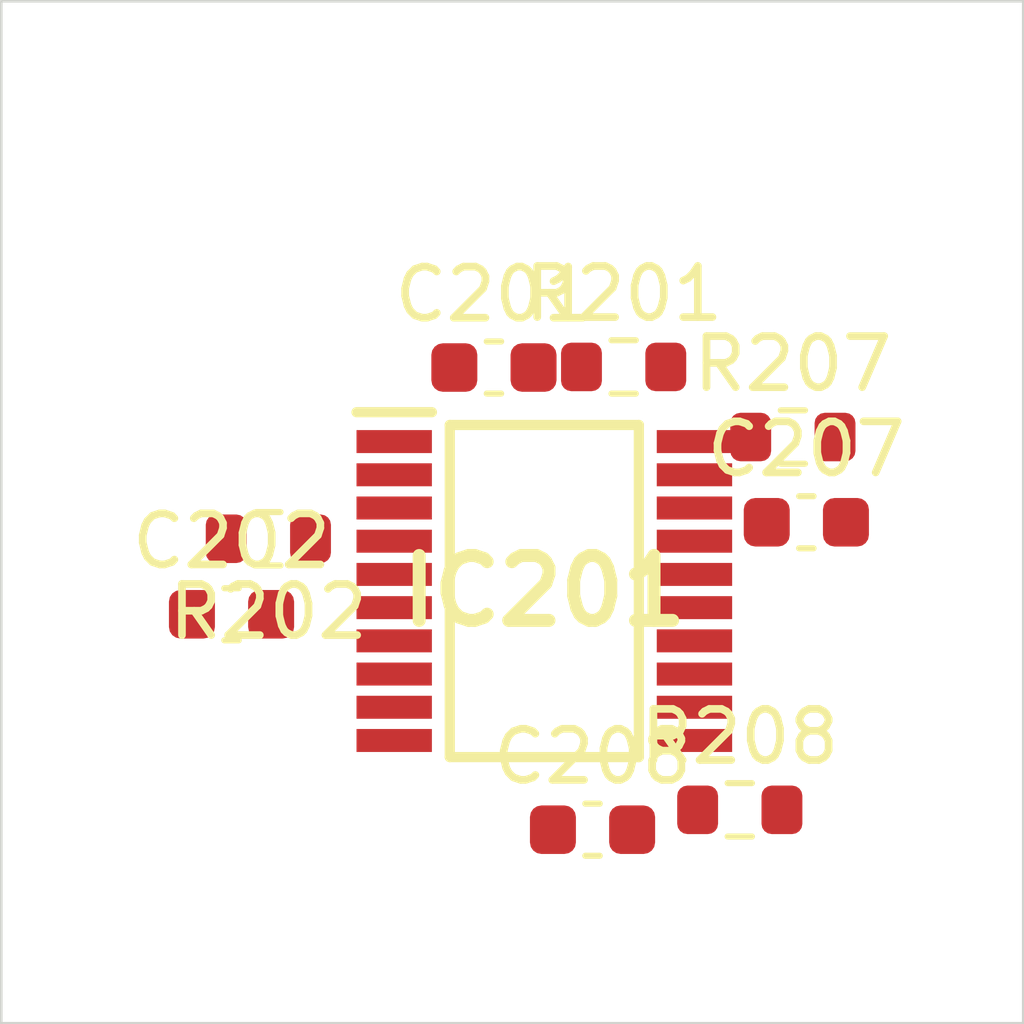
<source format=kicad_pcb>
 ( kicad_pcb  ( version 20171130 )
 ( host pcbnew 5.1.12-84ad8e8a86~92~ubuntu18.04.1 )
 ( general  ( thickness 1.6 )
 ( drawings 4 )
 ( tracks 0 )
 ( zones 0 )
 ( modules 9 )
 ( nets 19 )
)
 ( page A4 )
 ( layers  ( 0 F.Cu signal )
 ( 31 B.Cu signal )
 ( 32 B.Adhes user )
 ( 33 F.Adhes user )
 ( 34 B.Paste user )
 ( 35 F.Paste user )
 ( 36 B.SilkS user )
 ( 37 F.SilkS user )
 ( 38 B.Mask user )
 ( 39 F.Mask user )
 ( 40 Dwgs.User user )
 ( 41 Cmts.User user )
 ( 42 Eco1.User user )
 ( 43 Eco2.User user )
 ( 44 Edge.Cuts user )
 ( 45 Margin user )
 ( 46 B.CrtYd user )
 ( 47 F.CrtYd user )
 ( 48 B.Fab user )
 ( 49 F.Fab user )
)
 ( setup  ( last_trace_width 0.25 )
 ( trace_clearance 0.2 )
 ( zone_clearance 0.508 )
 ( zone_45_only no )
 ( trace_min 0.2 )
 ( via_size 0.8 )
 ( via_drill 0.4 )
 ( via_min_size 0.4 )
 ( via_min_drill 0.3 )
 ( uvia_size 0.3 )
 ( uvia_drill 0.1 )
 ( uvias_allowed no )
 ( uvia_min_size 0.2 )
 ( uvia_min_drill 0.1 )
 ( edge_width 0.05 )
 ( segment_width 0.2 )
 ( pcb_text_width 0.3 )
 ( pcb_text_size 1.5 1.5 )
 ( mod_edge_width 0.12 )
 ( mod_text_size 1 1 )
 ( mod_text_width 0.15 )
 ( pad_size 1.524 1.524 )
 ( pad_drill 0.762 )
 ( pad_to_mask_clearance 0 )
 ( aux_axis_origin 0 0 )
 ( visible_elements FFFFFF7F )
 ( pcbplotparams  ( layerselection 0x010fc_ffffffff )
 ( usegerberextensions false )
 ( usegerberattributes true )
 ( usegerberadvancedattributes true )
 ( creategerberjobfile true )
 ( excludeedgelayer true )
 ( linewidth 0.100000 )
 ( plotframeref false )
 ( viasonmask false )
 ( mode 1 )
 ( useauxorigin false )
 ( hpglpennumber 1 )
 ( hpglpenspeed 20 )
 ( hpglpendiameter 15.000000 )
 ( psnegative false )
 ( psa4output false )
 ( plotreference true )
 ( plotvalue true )
 ( plotinvisibletext false )
 ( padsonsilk false )
 ( subtractmaskfromsilk false )
 ( outputformat 1 )
 ( mirror false )
 ( drillshape 1 )
 ( scaleselection 1 )
 ( outputdirectory "" )
)
)
 ( net 0 "" )
 ( net 1 GND )
 ( net 2 /Sheet6235D886/ch0 )
 ( net 3 /Sheet6235D886/ch1 )
 ( net 4 /Sheet6235D886/ch2 )
 ( net 5 /Sheet6235D886/ch3 )
 ( net 6 /Sheet6235D886/ch4 )
 ( net 7 /Sheet6235D886/ch5 )
 ( net 8 /Sheet6235D886/ch6 )
 ( net 9 /Sheet6235D886/ch7 )
 ( net 10 VDD )
 ( net 11 VDDA )
 ( net 12 /Sheet6235D886/adc_csn )
 ( net 13 /Sheet6235D886/adc_sck )
 ( net 14 /Sheet6235D886/adc_sdi )
 ( net 15 /Sheet6235D886/adc_sdo )
 ( net 16 /Sheet6235D886/vp )
 ( net 17 /Sheet6248AD22/chn0 )
 ( net 18 /Sheet6248AD22/chn3 )
 ( net_class Default "This is the default net class."  ( clearance 0.2 )
 ( trace_width 0.25 )
 ( via_dia 0.8 )
 ( via_drill 0.4 )
 ( uvia_dia 0.3 )
 ( uvia_drill 0.1 )
 ( add_net /Sheet6235D886/adc_csn )
 ( add_net /Sheet6235D886/adc_sck )
 ( add_net /Sheet6235D886/adc_sdi )
 ( add_net /Sheet6235D886/adc_sdo )
 ( add_net /Sheet6235D886/ch0 )
 ( add_net /Sheet6235D886/ch1 )
 ( add_net /Sheet6235D886/ch2 )
 ( add_net /Sheet6235D886/ch3 )
 ( add_net /Sheet6235D886/ch4 )
 ( add_net /Sheet6235D886/ch5 )
 ( add_net /Sheet6235D886/ch6 )
 ( add_net /Sheet6235D886/ch7 )
 ( add_net /Sheet6235D886/vp )
 ( add_net /Sheet6248AD22/chn0 )
 ( add_net /Sheet6248AD22/chn3 )
 ( add_net GND )
 ( add_net VDD )
 ( add_net VDDA )
)
 ( module Capacitor_SMD:C_0603_1608Metric  ( layer F.Cu )
 ( tedit 5F68FEEE )
 ( tstamp 6234222D )
 ( at 89.641800 107.168000 )
 ( descr "Capacitor SMD 0603 (1608 Metric), square (rectangular) end terminal, IPC_7351 nominal, (Body size source: IPC-SM-782 page 76, https://www.pcb-3d.com/wordpress/wp-content/uploads/ipc-sm-782a_amendment_1_and_2.pdf), generated with kicad-footprint-generator" )
 ( tags capacitor )
 ( path /6235D887/623691C5 )
 ( attr smd )
 ( fp_text reference C201  ( at 0 -1.43 )
 ( layer F.SilkS )
 ( effects  ( font  ( size 1 1 )
 ( thickness 0.15 )
)
)
)
 ( fp_text value 0.1uF  ( at 0 1.43 )
 ( layer F.Fab )
 ( effects  ( font  ( size 1 1 )
 ( thickness 0.15 )
)
)
)
 ( fp_line  ( start -0.8 0.4 )
 ( end -0.8 -0.4 )
 ( layer F.Fab )
 ( width 0.1 )
)
 ( fp_line  ( start -0.8 -0.4 )
 ( end 0.8 -0.4 )
 ( layer F.Fab )
 ( width 0.1 )
)
 ( fp_line  ( start 0.8 -0.4 )
 ( end 0.8 0.4 )
 ( layer F.Fab )
 ( width 0.1 )
)
 ( fp_line  ( start 0.8 0.4 )
 ( end -0.8 0.4 )
 ( layer F.Fab )
 ( width 0.1 )
)
 ( fp_line  ( start -0.14058 -0.51 )
 ( end 0.14058 -0.51 )
 ( layer F.SilkS )
 ( width 0.12 )
)
 ( fp_line  ( start -0.14058 0.51 )
 ( end 0.14058 0.51 )
 ( layer F.SilkS )
 ( width 0.12 )
)
 ( fp_line  ( start -1.48 0.73 )
 ( end -1.48 -0.73 )
 ( layer F.CrtYd )
 ( width 0.05 )
)
 ( fp_line  ( start -1.48 -0.73 )
 ( end 1.48 -0.73 )
 ( layer F.CrtYd )
 ( width 0.05 )
)
 ( fp_line  ( start 1.48 -0.73 )
 ( end 1.48 0.73 )
 ( layer F.CrtYd )
 ( width 0.05 )
)
 ( fp_line  ( start 1.48 0.73 )
 ( end -1.48 0.73 )
 ( layer F.CrtYd )
 ( width 0.05 )
)
 ( fp_text user %R  ( at 0 0 )
 ( layer F.Fab )
 ( effects  ( font  ( size 0.4 0.4 )
 ( thickness 0.06 )
)
)
)
 ( pad 2 smd roundrect  ( at 0.775 0 )
 ( size 0.9 0.95 )
 ( layers F.Cu F.Mask F.Paste )
 ( roundrect_rratio 0.25 )
 ( net 1 GND )
)
 ( pad 1 smd roundrect  ( at -0.775 0 )
 ( size 0.9 0.95 )
 ( layers F.Cu F.Mask F.Paste )
 ( roundrect_rratio 0.25 )
 ( net 2 /Sheet6235D886/ch0 )
)
 ( model ${KISYS3DMOD}/Capacitor_SMD.3dshapes/C_0603_1608Metric.wrl  ( at  ( xyz 0 0 0 )
)
 ( scale  ( xyz 1 1 1 )
)
 ( rotate  ( xyz 0 0 0 )
)
)
)
 ( module Capacitor_SMD:C_0603_1608Metric  ( layer F.Cu )
 ( tedit 5F68FEEE )
 ( tstamp 6234223E )
 ( at 84.506200 111.997000 )
 ( descr "Capacitor SMD 0603 (1608 Metric), square (rectangular) end terminal, IPC_7351 nominal, (Body size source: IPC-SM-782 page 76, https://www.pcb-3d.com/wordpress/wp-content/uploads/ipc-sm-782a_amendment_1_and_2.pdf), generated with kicad-footprint-generator" )
 ( tags capacitor )
 ( path /6235D887/62369EE0 )
 ( attr smd )
 ( fp_text reference C202  ( at 0 -1.43 )
 ( layer F.SilkS )
 ( effects  ( font  ( size 1 1 )
 ( thickness 0.15 )
)
)
)
 ( fp_text value 0.1uF  ( at 0 1.43 )
 ( layer F.Fab )
 ( effects  ( font  ( size 1 1 )
 ( thickness 0.15 )
)
)
)
 ( fp_line  ( start 1.48 0.73 )
 ( end -1.48 0.73 )
 ( layer F.CrtYd )
 ( width 0.05 )
)
 ( fp_line  ( start 1.48 -0.73 )
 ( end 1.48 0.73 )
 ( layer F.CrtYd )
 ( width 0.05 )
)
 ( fp_line  ( start -1.48 -0.73 )
 ( end 1.48 -0.73 )
 ( layer F.CrtYd )
 ( width 0.05 )
)
 ( fp_line  ( start -1.48 0.73 )
 ( end -1.48 -0.73 )
 ( layer F.CrtYd )
 ( width 0.05 )
)
 ( fp_line  ( start -0.14058 0.51 )
 ( end 0.14058 0.51 )
 ( layer F.SilkS )
 ( width 0.12 )
)
 ( fp_line  ( start -0.14058 -0.51 )
 ( end 0.14058 -0.51 )
 ( layer F.SilkS )
 ( width 0.12 )
)
 ( fp_line  ( start 0.8 0.4 )
 ( end -0.8 0.4 )
 ( layer F.Fab )
 ( width 0.1 )
)
 ( fp_line  ( start 0.8 -0.4 )
 ( end 0.8 0.4 )
 ( layer F.Fab )
 ( width 0.1 )
)
 ( fp_line  ( start -0.8 -0.4 )
 ( end 0.8 -0.4 )
 ( layer F.Fab )
 ( width 0.1 )
)
 ( fp_line  ( start -0.8 0.4 )
 ( end -0.8 -0.4 )
 ( layer F.Fab )
 ( width 0.1 )
)
 ( fp_text user %R  ( at 0 0 )
 ( layer F.Fab )
 ( effects  ( font  ( size 0.4 0.4 )
 ( thickness 0.06 )
)
)
)
 ( pad 1 smd roundrect  ( at -0.775 0 )
 ( size 0.9 0.95 )
 ( layers F.Cu F.Mask F.Paste )
 ( roundrect_rratio 0.25 )
 ( net 1 GND )
)
 ( pad 2 smd roundrect  ( at 0.775 0 )
 ( size 0.9 0.95 )
 ( layers F.Cu F.Mask F.Paste )
 ( roundrect_rratio 0.25 )
 ( net 3 /Sheet6235D886/ch1 )
)
 ( model ${KISYS3DMOD}/Capacitor_SMD.3dshapes/C_0603_1608Metric.wrl  ( at  ( xyz 0 0 0 )
)
 ( scale  ( xyz 1 1 1 )
)
 ( rotate  ( xyz 0 0 0 )
)
)
)
 ( module Capacitor_SMD:C_0603_1608Metric  ( layer F.Cu )
 ( tedit 5F68FEEE )
 ( tstamp 62342293 )
 ( at 95.755700 110.196000 )
 ( descr "Capacitor SMD 0603 (1608 Metric), square (rectangular) end terminal, IPC_7351 nominal, (Body size source: IPC-SM-782 page 76, https://www.pcb-3d.com/wordpress/wp-content/uploads/ipc-sm-782a_amendment_1_and_2.pdf), generated with kicad-footprint-generator" )
 ( tags capacitor )
 ( path /6235D887/6238B3FE )
 ( attr smd )
 ( fp_text reference C207  ( at 0 -1.43 )
 ( layer F.SilkS )
 ( effects  ( font  ( size 1 1 )
 ( thickness 0.15 )
)
)
)
 ( fp_text value 0.1uF  ( at 0 1.43 )
 ( layer F.Fab )
 ( effects  ( font  ( size 1 1 )
 ( thickness 0.15 )
)
)
)
 ( fp_line  ( start -0.8 0.4 )
 ( end -0.8 -0.4 )
 ( layer F.Fab )
 ( width 0.1 )
)
 ( fp_line  ( start -0.8 -0.4 )
 ( end 0.8 -0.4 )
 ( layer F.Fab )
 ( width 0.1 )
)
 ( fp_line  ( start 0.8 -0.4 )
 ( end 0.8 0.4 )
 ( layer F.Fab )
 ( width 0.1 )
)
 ( fp_line  ( start 0.8 0.4 )
 ( end -0.8 0.4 )
 ( layer F.Fab )
 ( width 0.1 )
)
 ( fp_line  ( start -0.14058 -0.51 )
 ( end 0.14058 -0.51 )
 ( layer F.SilkS )
 ( width 0.12 )
)
 ( fp_line  ( start -0.14058 0.51 )
 ( end 0.14058 0.51 )
 ( layer F.SilkS )
 ( width 0.12 )
)
 ( fp_line  ( start -1.48 0.73 )
 ( end -1.48 -0.73 )
 ( layer F.CrtYd )
 ( width 0.05 )
)
 ( fp_line  ( start -1.48 -0.73 )
 ( end 1.48 -0.73 )
 ( layer F.CrtYd )
 ( width 0.05 )
)
 ( fp_line  ( start 1.48 -0.73 )
 ( end 1.48 0.73 )
 ( layer F.CrtYd )
 ( width 0.05 )
)
 ( fp_line  ( start 1.48 0.73 )
 ( end -1.48 0.73 )
 ( layer F.CrtYd )
 ( width 0.05 )
)
 ( fp_text user %R  ( at 0 0 )
 ( layer F.Fab )
 ( effects  ( font  ( size 0.4 0.4 )
 ( thickness 0.06 )
)
)
)
 ( pad 2 smd roundrect  ( at 0.775 0 )
 ( size 0.9 0.95 )
 ( layers F.Cu F.Mask F.Paste )
 ( roundrect_rratio 0.25 )
 ( net 1 GND )
)
 ( pad 1 smd roundrect  ( at -0.775 0 )
 ( size 0.9 0.95 )
 ( layers F.Cu F.Mask F.Paste )
 ( roundrect_rratio 0.25 )
 ( net 8 /Sheet6235D886/ch6 )
)
 ( model ${KISYS3DMOD}/Capacitor_SMD.3dshapes/C_0603_1608Metric.wrl  ( at  ( xyz 0 0 0 )
)
 ( scale  ( xyz 1 1 1 )
)
 ( rotate  ( xyz 0 0 0 )
)
)
)
 ( module Capacitor_SMD:C_0603_1608Metric  ( layer F.Cu )
 ( tedit 5F68FEEE )
 ( tstamp 623422A4 )
 ( at 91.571300 116.213000 )
 ( descr "Capacitor SMD 0603 (1608 Metric), square (rectangular) end terminal, IPC_7351 nominal, (Body size source: IPC-SM-782 page 76, https://www.pcb-3d.com/wordpress/wp-content/uploads/ipc-sm-782a_amendment_1_and_2.pdf), generated with kicad-footprint-generator" )
 ( tags capacitor )
 ( path /6235D887/6238B404 )
 ( attr smd )
 ( fp_text reference C208  ( at 0 -1.43 )
 ( layer F.SilkS )
 ( effects  ( font  ( size 1 1 )
 ( thickness 0.15 )
)
)
)
 ( fp_text value 0.1uF  ( at 0 1.43 )
 ( layer F.Fab )
 ( effects  ( font  ( size 1 1 )
 ( thickness 0.15 )
)
)
)
 ( fp_line  ( start 1.48 0.73 )
 ( end -1.48 0.73 )
 ( layer F.CrtYd )
 ( width 0.05 )
)
 ( fp_line  ( start 1.48 -0.73 )
 ( end 1.48 0.73 )
 ( layer F.CrtYd )
 ( width 0.05 )
)
 ( fp_line  ( start -1.48 -0.73 )
 ( end 1.48 -0.73 )
 ( layer F.CrtYd )
 ( width 0.05 )
)
 ( fp_line  ( start -1.48 0.73 )
 ( end -1.48 -0.73 )
 ( layer F.CrtYd )
 ( width 0.05 )
)
 ( fp_line  ( start -0.14058 0.51 )
 ( end 0.14058 0.51 )
 ( layer F.SilkS )
 ( width 0.12 )
)
 ( fp_line  ( start -0.14058 -0.51 )
 ( end 0.14058 -0.51 )
 ( layer F.SilkS )
 ( width 0.12 )
)
 ( fp_line  ( start 0.8 0.4 )
 ( end -0.8 0.4 )
 ( layer F.Fab )
 ( width 0.1 )
)
 ( fp_line  ( start 0.8 -0.4 )
 ( end 0.8 0.4 )
 ( layer F.Fab )
 ( width 0.1 )
)
 ( fp_line  ( start -0.8 -0.4 )
 ( end 0.8 -0.4 )
 ( layer F.Fab )
 ( width 0.1 )
)
 ( fp_line  ( start -0.8 0.4 )
 ( end -0.8 -0.4 )
 ( layer F.Fab )
 ( width 0.1 )
)
 ( fp_text user %R  ( at 0 0 )
 ( layer F.Fab )
 ( effects  ( font  ( size 0.4 0.4 )
 ( thickness 0.06 )
)
)
)
 ( pad 1 smd roundrect  ( at -0.775 0 )
 ( size 0.9 0.95 )
 ( layers F.Cu F.Mask F.Paste )
 ( roundrect_rratio 0.25 )
 ( net 1 GND )
)
 ( pad 2 smd roundrect  ( at 0.775 0 )
 ( size 0.9 0.95 )
 ( layers F.Cu F.Mask F.Paste )
 ( roundrect_rratio 0.25 )
 ( net 9 /Sheet6235D886/ch7 )
)
 ( model ${KISYS3DMOD}/Capacitor_SMD.3dshapes/C_0603_1608Metric.wrl  ( at  ( xyz 0 0 0 )
)
 ( scale  ( xyz 1 1 1 )
)
 ( rotate  ( xyz 0 0 0 )
)
)
)
 ( module MCP3564R-E_ST:SOP65P640X120-20N locked  ( layer F.Cu )
 ( tedit 623351C2 )
 ( tstamp 623423D6 )
 ( at 90.628000 111.542000 )
 ( descr "20-Lead Plastic Thin Shrink Small Outline (ST) - 4.4mm body [TSSOP]" )
 ( tags "Integrated Circuit" )
 ( path /6235D887/6235E071 )
 ( attr smd )
 ( fp_text reference IC201  ( at 0 0 )
 ( layer F.SilkS )
 ( effects  ( font  ( size 1.27 1.27 )
 ( thickness 0.254 )
)
)
)
 ( fp_text value MCP3564R-E_ST  ( at 0 0 )
 ( layer F.SilkS )
hide  ( effects  ( font  ( size 1.27 1.27 )
 ( thickness 0.254 )
)
)
)
 ( fp_line  ( start -3.925 -3.55 )
 ( end 3.925 -3.55 )
 ( layer Dwgs.User )
 ( width 0.05 )
)
 ( fp_line  ( start 3.925 -3.55 )
 ( end 3.925 3.55 )
 ( layer Dwgs.User )
 ( width 0.05 )
)
 ( fp_line  ( start 3.925 3.55 )
 ( end -3.925 3.55 )
 ( layer Dwgs.User )
 ( width 0.05 )
)
 ( fp_line  ( start -3.925 3.55 )
 ( end -3.925 -3.55 )
 ( layer Dwgs.User )
 ( width 0.05 )
)
 ( fp_line  ( start -2.2 -3.25 )
 ( end 2.2 -3.25 )
 ( layer Dwgs.User )
 ( width 0.1 )
)
 ( fp_line  ( start 2.2 -3.25 )
 ( end 2.2 3.25 )
 ( layer Dwgs.User )
 ( width 0.1 )
)
 ( fp_line  ( start 2.2 3.25 )
 ( end -2.2 3.25 )
 ( layer Dwgs.User )
 ( width 0.1 )
)
 ( fp_line  ( start -2.2 3.25 )
 ( end -2.2 -3.25 )
 ( layer Dwgs.User )
 ( width 0.1 )
)
 ( fp_line  ( start -2.2 -2.6 )
 ( end -1.55 -3.25 )
 ( layer Dwgs.User )
 ( width 0.1 )
)
 ( fp_line  ( start -1.85 -3.25 )
 ( end 1.85 -3.25 )
 ( layer F.SilkS )
 ( width 0.2 )
)
 ( fp_line  ( start 1.85 -3.25 )
 ( end 1.85 3.25 )
 ( layer F.SilkS )
 ( width 0.2 )
)
 ( fp_line  ( start 1.85 3.25 )
 ( end -1.85 3.25 )
 ( layer F.SilkS )
 ( width 0.2 )
)
 ( fp_line  ( start -1.85 3.25 )
 ( end -1.85 -3.25 )
 ( layer F.SilkS )
 ( width 0.2 )
)
 ( fp_line  ( start -3.675 -3.5 )
 ( end -2.2 -3.5 )
 ( layer F.SilkS )
 ( width 0.2 )
)
 ( pad 1 smd rect  ( at -2.938 -2.925 90.000000 )
 ( size 0.45 1.475 )
 ( layers F.Cu F.Mask F.Paste )
 ( net 11 VDDA )
)
 ( pad 2 smd rect  ( at -2.938 -2.275 90.000000 )
 ( size 0.45 1.475 )
 ( layers F.Cu F.Mask F.Paste )
 ( net 1 GND )
)
 ( pad 3 smd rect  ( at -2.938 -1.625 90.000000 )
 ( size 0.45 1.475 )
 ( layers F.Cu F.Mask F.Paste )
 ( net 1 GND )
)
 ( pad 4 smd rect  ( at -2.938 -0.975 90.000000 )
 ( size 0.45 1.475 )
 ( layers F.Cu F.Mask F.Paste )
)
 ( pad 5 smd rect  ( at -2.938 -0.325 90.000000 )
 ( size 0.45 1.475 )
 ( layers F.Cu F.Mask F.Paste )
 ( net 2 /Sheet6235D886/ch0 )
)
 ( pad 6 smd rect  ( at -2.938 0.325 90.000000 )
 ( size 0.45 1.475 )
 ( layers F.Cu F.Mask F.Paste )
 ( net 3 /Sheet6235D886/ch1 )
)
 ( pad 7 smd rect  ( at -2.938 0.975 90.000000 )
 ( size 0.45 1.475 )
 ( layers F.Cu F.Mask F.Paste )
 ( net 4 /Sheet6235D886/ch2 )
)
 ( pad 8 smd rect  ( at -2.938 1.625 90.000000 )
 ( size 0.45 1.475 )
 ( layers F.Cu F.Mask F.Paste )
 ( net 5 /Sheet6235D886/ch3 )
)
 ( pad 9 smd rect  ( at -2.938 2.275 90.000000 )
 ( size 0.45 1.475 )
 ( layers F.Cu F.Mask F.Paste )
 ( net 6 /Sheet6235D886/ch4 )
)
 ( pad 10 smd rect  ( at -2.938 2.925 90.000000 )
 ( size 0.45 1.475 )
 ( layers F.Cu F.Mask F.Paste )
 ( net 7 /Sheet6235D886/ch5 )
)
 ( pad 11 smd rect  ( at 2.938 2.925 90.000000 )
 ( size 0.45 1.475 )
 ( layers F.Cu F.Mask F.Paste )
 ( net 8 /Sheet6235D886/ch6 )
)
 ( pad 12 smd rect  ( at 2.938 2.275 90.000000 )
 ( size 0.45 1.475 )
 ( layers F.Cu F.Mask F.Paste )
 ( net 9 /Sheet6235D886/ch7 )
)
 ( pad 13 smd rect  ( at 2.938 1.625 90.000000 )
 ( size 0.45 1.475 )
 ( layers F.Cu F.Mask F.Paste )
 ( net 12 /Sheet6235D886/adc_csn )
)
 ( pad 14 smd rect  ( at 2.938 0.975 90.000000 )
 ( size 0.45 1.475 )
 ( layers F.Cu F.Mask F.Paste )
 ( net 13 /Sheet6235D886/adc_sck )
)
 ( pad 15 smd rect  ( at 2.938 0.325 90.000000 )
 ( size 0.45 1.475 )
 ( layers F.Cu F.Mask F.Paste )
 ( net 14 /Sheet6235D886/adc_sdi )
)
 ( pad 16 smd rect  ( at 2.938 -0.325 90.000000 )
 ( size 0.45 1.475 )
 ( layers F.Cu F.Mask F.Paste )
 ( net 15 /Sheet6235D886/adc_sdo )
)
 ( pad 17 smd rect  ( at 2.938 -0.975 90.000000 )
 ( size 0.45 1.475 )
 ( layers F.Cu F.Mask F.Paste )
)
 ( pad 18 smd rect  ( at 2.938 -1.625 90.000000 )
 ( size 0.45 1.475 )
 ( layers F.Cu F.Mask F.Paste )
)
 ( pad 19 smd rect  ( at 2.938 -2.275 90.000000 )
 ( size 0.45 1.475 )
 ( layers F.Cu F.Mask F.Paste )
 ( net 1 GND )
)
 ( pad 20 smd rect  ( at 2.938 -2.925 90.000000 )
 ( size 0.45 1.475 )
 ( layers F.Cu F.Mask F.Paste )
 ( net 10 VDD )
)
)
 ( module Resistor_SMD:R_0603_1608Metric  ( layer F.Cu )
 ( tedit 5F68FEEE )
 ( tstamp 6234250D )
 ( at 92.179900 107.156000 )
 ( descr "Resistor SMD 0603 (1608 Metric), square (rectangular) end terminal, IPC_7351 nominal, (Body size source: IPC-SM-782 page 72, https://www.pcb-3d.com/wordpress/wp-content/uploads/ipc-sm-782a_amendment_1_and_2.pdf), generated with kicad-footprint-generator" )
 ( tags resistor )
 ( path /6235D887/623641B7 )
 ( attr smd )
 ( fp_text reference R201  ( at 0 -1.43 )
 ( layer F.SilkS )
 ( effects  ( font  ( size 1 1 )
 ( thickness 0.15 )
)
)
)
 ( fp_text value 1k  ( at 0 1.43 )
 ( layer F.Fab )
 ( effects  ( font  ( size 1 1 )
 ( thickness 0.15 )
)
)
)
 ( fp_line  ( start -0.8 0.4125 )
 ( end -0.8 -0.4125 )
 ( layer F.Fab )
 ( width 0.1 )
)
 ( fp_line  ( start -0.8 -0.4125 )
 ( end 0.8 -0.4125 )
 ( layer F.Fab )
 ( width 0.1 )
)
 ( fp_line  ( start 0.8 -0.4125 )
 ( end 0.8 0.4125 )
 ( layer F.Fab )
 ( width 0.1 )
)
 ( fp_line  ( start 0.8 0.4125 )
 ( end -0.8 0.4125 )
 ( layer F.Fab )
 ( width 0.1 )
)
 ( fp_line  ( start -0.237258 -0.5225 )
 ( end 0.237258 -0.5225 )
 ( layer F.SilkS )
 ( width 0.12 )
)
 ( fp_line  ( start -0.237258 0.5225 )
 ( end 0.237258 0.5225 )
 ( layer F.SilkS )
 ( width 0.12 )
)
 ( fp_line  ( start -1.48 0.73 )
 ( end -1.48 -0.73 )
 ( layer F.CrtYd )
 ( width 0.05 )
)
 ( fp_line  ( start -1.48 -0.73 )
 ( end 1.48 -0.73 )
 ( layer F.CrtYd )
 ( width 0.05 )
)
 ( fp_line  ( start 1.48 -0.73 )
 ( end 1.48 0.73 )
 ( layer F.CrtYd )
 ( width 0.05 )
)
 ( fp_line  ( start 1.48 0.73 )
 ( end -1.48 0.73 )
 ( layer F.CrtYd )
 ( width 0.05 )
)
 ( fp_text user %R  ( at 0 0 )
 ( layer F.Fab )
 ( effects  ( font  ( size 0.4 0.4 )
 ( thickness 0.06 )
)
)
)
 ( pad 2 smd roundrect  ( at 0.825 0 )
 ( size 0.8 0.95 )
 ( layers F.Cu F.Mask F.Paste )
 ( roundrect_rratio 0.25 )
 ( net 16 /Sheet6235D886/vp )
)
 ( pad 1 smd roundrect  ( at -0.825 0 )
 ( size 0.8 0.95 )
 ( layers F.Cu F.Mask F.Paste )
 ( roundrect_rratio 0.25 )
 ( net 2 /Sheet6235D886/ch0 )
)
 ( model ${KISYS3DMOD}/Resistor_SMD.3dshapes/R_0603_1608Metric.wrl  ( at  ( xyz 0 0 0 )
)
 ( scale  ( xyz 1 1 1 )
)
 ( rotate  ( xyz 0 0 0 )
)
)
)
 ( module Resistor_SMD:R_0603_1608Metric  ( layer F.Cu )
 ( tedit 5F68FEEE )
 ( tstamp 6234251E )
 ( at 85.227000 110.519000 180.000000 )
 ( descr "Resistor SMD 0603 (1608 Metric), square (rectangular) end terminal, IPC_7351 nominal, (Body size source: IPC-SM-782 page 72, https://www.pcb-3d.com/wordpress/wp-content/uploads/ipc-sm-782a_amendment_1_and_2.pdf), generated with kicad-footprint-generator" )
 ( tags resistor )
 ( path /6235D887/6236A646 )
 ( attr smd )
 ( fp_text reference R202  ( at 0 -1.43 )
 ( layer F.SilkS )
 ( effects  ( font  ( size 1 1 )
 ( thickness 0.15 )
)
)
)
 ( fp_text value 1k  ( at 0 1.43 )
 ( layer F.Fab )
 ( effects  ( font  ( size 1 1 )
 ( thickness 0.15 )
)
)
)
 ( fp_line  ( start 1.48 0.73 )
 ( end -1.48 0.73 )
 ( layer F.CrtYd )
 ( width 0.05 )
)
 ( fp_line  ( start 1.48 -0.73 )
 ( end 1.48 0.73 )
 ( layer F.CrtYd )
 ( width 0.05 )
)
 ( fp_line  ( start -1.48 -0.73 )
 ( end 1.48 -0.73 )
 ( layer F.CrtYd )
 ( width 0.05 )
)
 ( fp_line  ( start -1.48 0.73 )
 ( end -1.48 -0.73 )
 ( layer F.CrtYd )
 ( width 0.05 )
)
 ( fp_line  ( start -0.237258 0.5225 )
 ( end 0.237258 0.5225 )
 ( layer F.SilkS )
 ( width 0.12 )
)
 ( fp_line  ( start -0.237258 -0.5225 )
 ( end 0.237258 -0.5225 )
 ( layer F.SilkS )
 ( width 0.12 )
)
 ( fp_line  ( start 0.8 0.4125 )
 ( end -0.8 0.4125 )
 ( layer F.Fab )
 ( width 0.1 )
)
 ( fp_line  ( start 0.8 -0.4125 )
 ( end 0.8 0.4125 )
 ( layer F.Fab )
 ( width 0.1 )
)
 ( fp_line  ( start -0.8 -0.4125 )
 ( end 0.8 -0.4125 )
 ( layer F.Fab )
 ( width 0.1 )
)
 ( fp_line  ( start -0.8 0.4125 )
 ( end -0.8 -0.4125 )
 ( layer F.Fab )
 ( width 0.1 )
)
 ( fp_text user %R  ( at 0 0 )
 ( layer F.Fab )
 ( effects  ( font  ( size 0.4 0.4 )
 ( thickness 0.06 )
)
)
)
 ( pad 1 smd roundrect  ( at -0.825 0 180.000000 )
 ( size 0.8 0.95 )
 ( layers F.Cu F.Mask F.Paste )
 ( roundrect_rratio 0.25 )
 ( net 3 /Sheet6235D886/ch1 )
)
 ( pad 2 smd roundrect  ( at 0.825 0 180.000000 )
 ( size 0.8 0.95 )
 ( layers F.Cu F.Mask F.Paste )
 ( roundrect_rratio 0.25 )
 ( net 17 /Sheet6248AD22/chn0 )
)
 ( model ${KISYS3DMOD}/Resistor_SMD.3dshapes/R_0603_1608Metric.wrl  ( at  ( xyz 0 0 0 )
)
 ( scale  ( xyz 1 1 1 )
)
 ( rotate  ( xyz 0 0 0 )
)
)
)
 ( module Resistor_SMD:R_0603_1608Metric  ( layer F.Cu )
 ( tedit 5F68FEEE )
 ( tstamp 62342573 )
 ( at 95.492300 108.528000 )
 ( descr "Resistor SMD 0603 (1608 Metric), square (rectangular) end terminal, IPC_7351 nominal, (Body size source: IPC-SM-782 page 72, https://www.pcb-3d.com/wordpress/wp-content/uploads/ipc-sm-782a_amendment_1_and_2.pdf), generated with kicad-footprint-generator" )
 ( tags resistor )
 ( path /6235D887/6238B3F8 )
 ( attr smd )
 ( fp_text reference R207  ( at 0 -1.43 )
 ( layer F.SilkS )
 ( effects  ( font  ( size 1 1 )
 ( thickness 0.15 )
)
)
)
 ( fp_text value 1k  ( at 0 1.43 )
 ( layer F.Fab )
 ( effects  ( font  ( size 1 1 )
 ( thickness 0.15 )
)
)
)
 ( fp_line  ( start -0.8 0.4125 )
 ( end -0.8 -0.4125 )
 ( layer F.Fab )
 ( width 0.1 )
)
 ( fp_line  ( start -0.8 -0.4125 )
 ( end 0.8 -0.4125 )
 ( layer F.Fab )
 ( width 0.1 )
)
 ( fp_line  ( start 0.8 -0.4125 )
 ( end 0.8 0.4125 )
 ( layer F.Fab )
 ( width 0.1 )
)
 ( fp_line  ( start 0.8 0.4125 )
 ( end -0.8 0.4125 )
 ( layer F.Fab )
 ( width 0.1 )
)
 ( fp_line  ( start -0.237258 -0.5225 )
 ( end 0.237258 -0.5225 )
 ( layer F.SilkS )
 ( width 0.12 )
)
 ( fp_line  ( start -0.237258 0.5225 )
 ( end 0.237258 0.5225 )
 ( layer F.SilkS )
 ( width 0.12 )
)
 ( fp_line  ( start -1.48 0.73 )
 ( end -1.48 -0.73 )
 ( layer F.CrtYd )
 ( width 0.05 )
)
 ( fp_line  ( start -1.48 -0.73 )
 ( end 1.48 -0.73 )
 ( layer F.CrtYd )
 ( width 0.05 )
)
 ( fp_line  ( start 1.48 -0.73 )
 ( end 1.48 0.73 )
 ( layer F.CrtYd )
 ( width 0.05 )
)
 ( fp_line  ( start 1.48 0.73 )
 ( end -1.48 0.73 )
 ( layer F.CrtYd )
 ( width 0.05 )
)
 ( fp_text user %R  ( at 0 0 )
 ( layer F.Fab )
 ( effects  ( font  ( size 0.4 0.4 )
 ( thickness 0.06 )
)
)
)
 ( pad 2 smd roundrect  ( at 0.825 0 )
 ( size 0.8 0.95 )
 ( layers F.Cu F.Mask F.Paste )
 ( roundrect_rratio 0.25 )
 ( net 16 /Sheet6235D886/vp )
)
 ( pad 1 smd roundrect  ( at -0.825 0 )
 ( size 0.8 0.95 )
 ( layers F.Cu F.Mask F.Paste )
 ( roundrect_rratio 0.25 )
 ( net 8 /Sheet6235D886/ch6 )
)
 ( model ${KISYS3DMOD}/Resistor_SMD.3dshapes/R_0603_1608Metric.wrl  ( at  ( xyz 0 0 0 )
)
 ( scale  ( xyz 1 1 1 )
)
 ( rotate  ( xyz 0 0 0 )
)
)
)
 ( module Resistor_SMD:R_0603_1608Metric  ( layer F.Cu )
 ( tedit 5F68FEEE )
 ( tstamp 62342584 )
 ( at 94.453300 115.824000 )
 ( descr "Resistor SMD 0603 (1608 Metric), square (rectangular) end terminal, IPC_7351 nominal, (Body size source: IPC-SM-782 page 72, https://www.pcb-3d.com/wordpress/wp-content/uploads/ipc-sm-782a_amendment_1_and_2.pdf), generated with kicad-footprint-generator" )
 ( tags resistor )
 ( path /6235D887/6238B40A )
 ( attr smd )
 ( fp_text reference R208  ( at 0 -1.43 )
 ( layer F.SilkS )
 ( effects  ( font  ( size 1 1 )
 ( thickness 0.15 )
)
)
)
 ( fp_text value 1k  ( at 0 1.43 )
 ( layer F.Fab )
 ( effects  ( font  ( size 1 1 )
 ( thickness 0.15 )
)
)
)
 ( fp_line  ( start 1.48 0.73 )
 ( end -1.48 0.73 )
 ( layer F.CrtYd )
 ( width 0.05 )
)
 ( fp_line  ( start 1.48 -0.73 )
 ( end 1.48 0.73 )
 ( layer F.CrtYd )
 ( width 0.05 )
)
 ( fp_line  ( start -1.48 -0.73 )
 ( end 1.48 -0.73 )
 ( layer F.CrtYd )
 ( width 0.05 )
)
 ( fp_line  ( start -1.48 0.73 )
 ( end -1.48 -0.73 )
 ( layer F.CrtYd )
 ( width 0.05 )
)
 ( fp_line  ( start -0.237258 0.5225 )
 ( end 0.237258 0.5225 )
 ( layer F.SilkS )
 ( width 0.12 )
)
 ( fp_line  ( start -0.237258 -0.5225 )
 ( end 0.237258 -0.5225 )
 ( layer F.SilkS )
 ( width 0.12 )
)
 ( fp_line  ( start 0.8 0.4125 )
 ( end -0.8 0.4125 )
 ( layer F.Fab )
 ( width 0.1 )
)
 ( fp_line  ( start 0.8 -0.4125 )
 ( end 0.8 0.4125 )
 ( layer F.Fab )
 ( width 0.1 )
)
 ( fp_line  ( start -0.8 -0.4125 )
 ( end 0.8 -0.4125 )
 ( layer F.Fab )
 ( width 0.1 )
)
 ( fp_line  ( start -0.8 0.4125 )
 ( end -0.8 -0.4125 )
 ( layer F.Fab )
 ( width 0.1 )
)
 ( fp_text user %R  ( at 0 0 )
 ( layer F.Fab )
 ( effects  ( font  ( size 0.4 0.4 )
 ( thickness 0.06 )
)
)
)
 ( pad 1 smd roundrect  ( at -0.825 0 )
 ( size 0.8 0.95 )
 ( layers F.Cu F.Mask F.Paste )
 ( roundrect_rratio 0.25 )
 ( net 9 /Sheet6235D886/ch7 )
)
 ( pad 2 smd roundrect  ( at 0.825 0 )
 ( size 0.8 0.95 )
 ( layers F.Cu F.Mask F.Paste )
 ( roundrect_rratio 0.25 )
 ( net 18 /Sheet6248AD22/chn3 )
)
 ( model ${KISYS3DMOD}/Resistor_SMD.3dshapes/R_0603_1608Metric.wrl  ( at  ( xyz 0 0 0 )
)
 ( scale  ( xyz 1 1 1 )
)
 ( rotate  ( xyz 0 0 0 )
)
)
)
 ( gr_line  ( start 100 100 )
 ( end 100 120 )
 ( layer Edge.Cuts )
 ( width 0.05 )
 ( tstamp 62E770C4 )
)
 ( gr_line  ( start 80 120 )
 ( end 100 120 )
 ( layer Edge.Cuts )
 ( width 0.05 )
 ( tstamp 62E770C0 )
)
 ( gr_line  ( start 80 100 )
 ( end 100 100 )
 ( layer Edge.Cuts )
 ( width 0.05 )
 ( tstamp 6234110C )
)
 ( gr_line  ( start 80 100 )
 ( end 80 120 )
 ( layer Edge.Cuts )
 ( width 0.05 )
)
)

</source>
